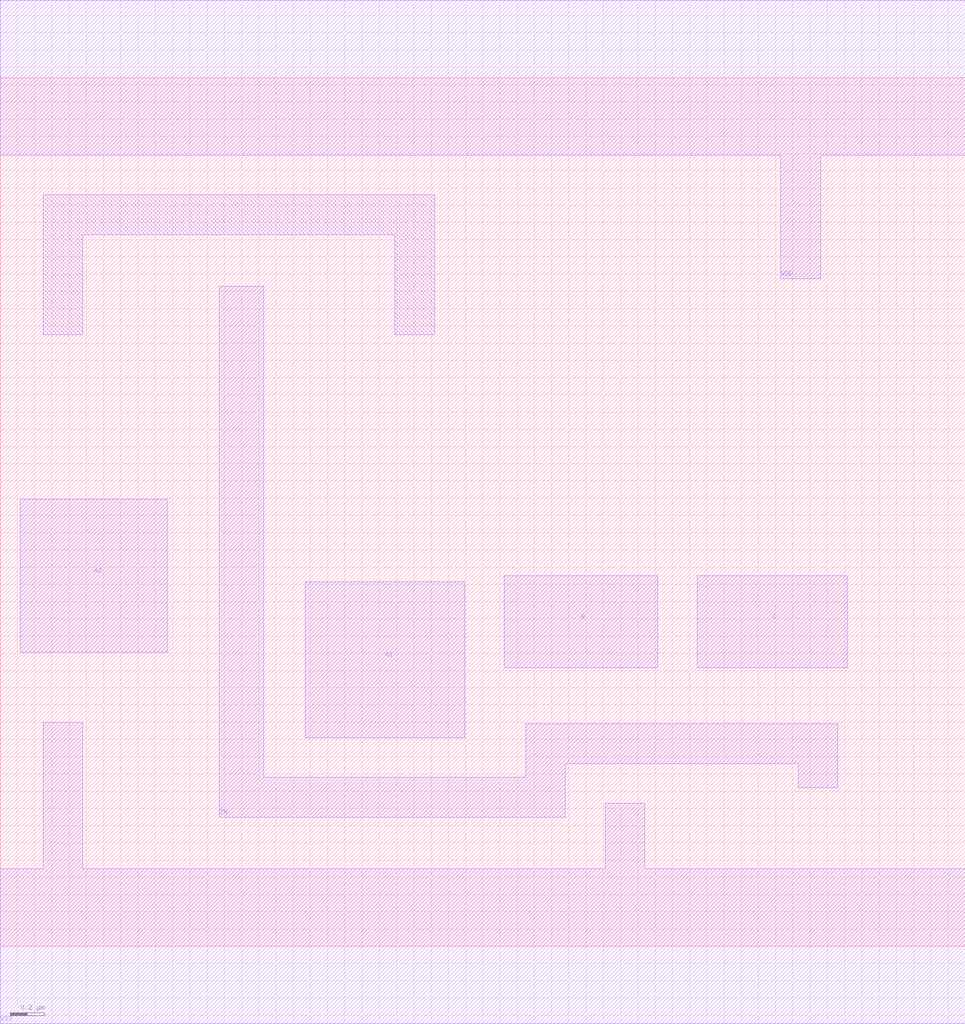
<source format=lef>
# Copyright 2022 GlobalFoundries PDK Authors
#
# Licensed under the Apache License, Version 2.0 (the "License");
# you may not use this file except in compliance with the License.
# You may obtain a copy of the License at
#
#      http://www.apache.org/licenses/LICENSE-2.0
#
# Unless required by applicable law or agreed to in writing, software
# distributed under the License is distributed on an "AS IS" BASIS,
# WITHOUT WARRANTIES OR CONDITIONS OF ANY KIND, either express or implied.
# See the License for the specific language governing permissions and
# limitations under the License.

MACRO gf180mcu_fd_sc_mcu9t5v0__aoi211_1
  CLASS core ;
  FOREIGN gf180mcu_fd_sc_mcu9t5v0__aoi211_1 0.0 0.0 ;
  ORIGIN 0 0 ;
  SYMMETRY X Y ;
  SITE GF018hv5v_green_sc9 ;
  SIZE 5.6 BY 5.04 ;
  PIN A1
    DIRECTION INPUT ;
    ANTENNAGATEAREA 1.626 ;
    PORT
      LAYER METAL1 ;
        POLYGON 1.77 1.21 2.695 1.21 2.695 2.115 1.77 2.115  ;
    END
  END A1
  PIN A2
    DIRECTION INPUT ;
    ANTENNAGATEAREA 1.626 ;
    PORT
      LAYER METAL1 ;
        POLYGON 0.115 1.705 0.97 1.705 0.97 2.595 0.115 2.595  ;
    END
  END A2
  PIN B
    DIRECTION INPUT ;
    ANTENNAGATEAREA 1.389 ;
    PORT
      LAYER METAL1 ;
        POLYGON 2.925 1.615 3.815 1.615 3.815 2.15 2.925 2.15  ;
    END
  END B
  PIN C
    DIRECTION INPUT ;
    ANTENNAGATEAREA 1.389 ;
    PORT
      LAYER METAL1 ;
        POLYGON 4.045 1.615 4.915 1.615 4.915 2.15 4.045 2.15  ;
    END
  END C
  PIN ZN
    DIRECTION OUTPUT ;
    ANTENNADIFFAREA 2.0102 ;
    PORT
      LAYER METAL1 ;
        POLYGON 1.27 0.75 3.28 0.75 3.28 1.06 4.63 1.06 4.63 0.92 4.86 0.92 4.86 1.29 3.05 1.29 3.05 0.98 1.53 0.98 1.53 3.83 1.27 3.83  ;
    END
  END ZN
  PIN VDD
    DIRECTION INOUT ;
    USE power ;
    SHAPE ABUTMENT ;
    PORT
      LAYER METAL1 ;
        POLYGON 0 4.59 2.52 4.59 4.53 4.59 4.53 3.875 4.76 3.875 4.76 4.59 5.6 4.59 5.6 5.49 2.52 5.49 0 5.49  ;
    END
  END VDD
  PIN VSS
    DIRECTION INOUT ;
    USE ground ;
    SHAPE ABUTMENT ;
    PORT
      LAYER METAL1 ;
        POLYGON 0 -0.45 5.6 -0.45 5.6 0.45 3.74 0.45 3.74 0.83 3.51 0.83 3.51 0.45 0.48 0.45 0.48 1.3 0.25 1.3 0.25 0.45 0 0.45  ;
    END
  END VSS
  OBS
      LAYER METAL1 ;
        POLYGON 0.25 3.55 0.48 3.55 0.48 4.13 2.29 4.13 2.29 3.55 2.52 3.55 2.52 4.36 0.25 4.36  ;
  END
END gf180mcu_fd_sc_mcu9t5v0__aoi211_1

</source>
